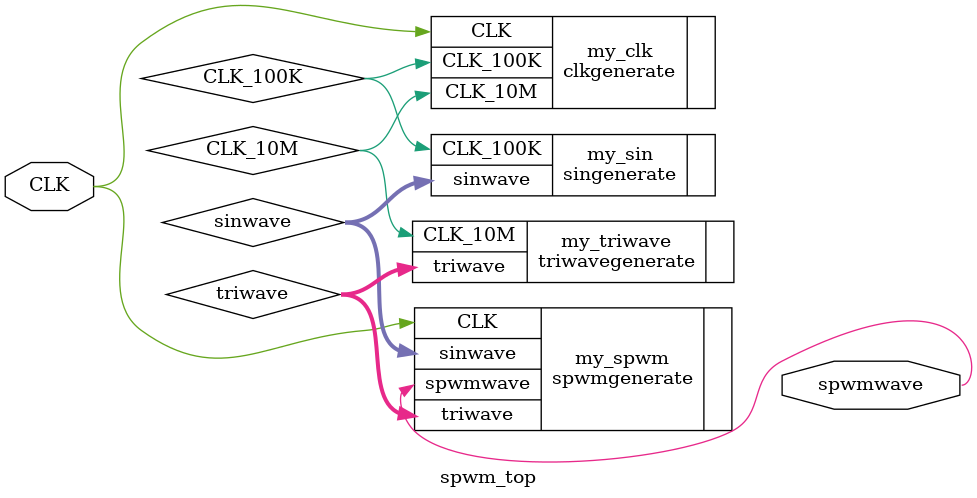
<source format=v>
`timescale 1ns / 1ps


module spwm_top(
    input CLK,
    output spwmwave
    );
    wire CLK_10M;
    wire CLK_100K;
    wire [7:0] triwave;
    wire [7:0] sinwave;
    clkgenerate my_clk(
        .CLK(CLK),
        .CLK_10M(CLK_10M),
        .CLK_100K(CLK_100K)
    );
    triwavegenerate my_triwave(
        .CLK_10M(CLK_10M),
        .triwave(triwave)
    );
    singenerate my_sin(
        .CLK_100K(CLK_100K),
        .sinwave(sinwave)
    );
    spwmgenerate my_spwm(
        .CLK(CLK),
        .triwave(triwave),
        .sinwave(sinwave),
        .spwmwave(spwmwave)
    );
endmodule

</source>
